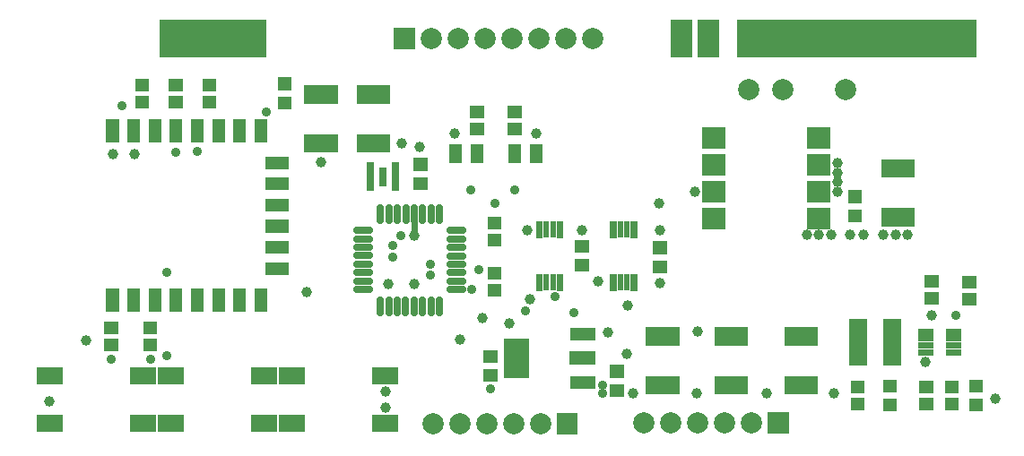
<source format=gts>
G04 Layer: TopSolderMaskLayer*
G04 EasyEDA v6.3.43, 2020-05-26T13:53:52+10:00*
G04 dfe334f236054c1482959114e70a1c8d,8629367194b24dd88a5c18b2f13758b0,10*
G04 Gerber Generator version 0.2*
G04 Scale: 100 percent, Rotated: No, Reflected: No *
G04 Dimensions in millimeters *
G04 leading zeros omitted , absolute positions ,3 integer and 3 decimal *
%FSLAX33Y33*%
%MOMM*%
G90*
G71D02*

%ADD40C,0.601599*%
%ADD41C,0.653212*%
%ADD42C,1.003198*%
%ADD43C,0.903199*%
%ADD44C,2.003196*%
%ADD49R,2.403196X3.703193*%
%ADD50R,2.403196X1.303198*%
%ADD57R,0.609600X1.600200*%

%LPD*%
G54D40*
G01X39497Y19812D02*
G01X39532Y19847D01*
G01X39532Y21894D01*
G54D41*
G01X44097Y20320D02*
G01X42897Y20320D01*
G01X44097Y19519D02*
G01X42897Y19519D01*
G01X44097Y18719D02*
G01X42897Y18719D01*
G01X44097Y17919D02*
G01X42897Y17919D01*
G01X44097Y17122D02*
G01X42897Y17122D01*
G01X44097Y16322D02*
G01X42897Y16322D01*
G01X44097Y15521D02*
G01X42897Y15521D01*
G01X44097Y14721D02*
G01X42897Y14721D01*
G01X41922Y13757D02*
G01X41922Y12557D01*
G01X41122Y13757D02*
G01X41122Y12557D01*
G01X40322Y13757D02*
G01X40322Y12557D01*
G01X39522Y13757D02*
G01X39522Y12557D01*
G01X38724Y13757D02*
G01X38724Y12557D01*
G01X37924Y13757D02*
G01X37924Y12557D01*
G01X37124Y13757D02*
G01X37124Y12557D01*
G01X36324Y13757D02*
G01X36324Y12557D01*
G01X35334Y14732D02*
G01X34134Y14732D01*
G01X35334Y15532D02*
G01X34134Y15532D01*
G01X35334Y16332D02*
G01X34134Y16332D01*
G01X35334Y17132D02*
G01X34134Y17132D01*
G01X35334Y17929D02*
G01X34134Y17929D01*
G01X35334Y18729D02*
G01X34134Y18729D01*
G01X35334Y19530D02*
G01X34134Y19530D01*
G01X35334Y20330D02*
G01X34134Y20330D01*
G01X36334Y22494D02*
G01X36334Y21294D01*
G01X37134Y22494D02*
G01X37134Y21294D01*
G01X37934Y22494D02*
G01X37934Y21294D01*
G01X38735Y22494D02*
G01X38735Y21294D01*
G01X39532Y22494D02*
G01X39532Y21294D01*
G01X40332Y22494D02*
G01X40332Y21294D01*
G01X41132Y22494D02*
G01X41132Y21294D01*
G01X41932Y22494D02*
G01X41932Y21294D01*
G54D42*
G01X60198Y4953D03*
G01X66040Y24003D03*
G01X39497Y15240D03*
G01X45974Y12065D03*
G54D43*
G01X16129Y8509D03*
G54D42*
G01X29337Y14478D03*
G01X37084Y15240D03*
G54D43*
G01X16129Y16383D03*
G01X19050Y27813D03*
G54D42*
G01X39497Y19812D03*
G54D43*
G01X14605Y8128D03*
G01X10922Y8128D03*
G01X46736Y5334D03*
G54D44*
G01X74295Y33655D03*
G54D43*
G01X44958Y14732D03*
G01X45593Y16637D03*
G54D44*
G01X71120Y33655D03*
G54D43*
G01X38227Y19812D03*
G54D42*
G01X66167Y4953D03*
G01X72771Y4953D03*
G01X79121Y4953D03*
G01X87757Y7874D03*
G01X94361Y4445D03*
G01X88392Y12319D03*
G01X86106Y19939D03*
G01X84963Y19939D03*
G01X83820Y19939D03*
G01X81915Y19939D03*
G01X80645Y19939D03*
G01X78867Y19939D03*
G01X76581Y19939D03*
G01X77724Y19939D03*
G01X79502Y24003D03*
G01X79502Y24892D03*
G01X79502Y25781D03*
G01X79502Y26670D03*
G54D43*
G01X44831Y24130D03*
G01X49022Y24130D03*
G54D42*
G01X36830Y3556D03*
G01X5080Y4191D03*
G01X30734Y26797D03*
G01X40005Y28194D03*
G01X38354Y28575D03*
G54D43*
G01X57277Y4953D03*
G01X57277Y5715D03*
G54D42*
G01X43307Y29464D03*
G01X51054Y29464D03*
G54D43*
G01X25527Y31496D03*
G54D44*
G01X80264Y33655D03*
G54D42*
G01X59690Y13208D03*
G54D43*
G01X50038Y12700D03*
G54D42*
G01X50165Y20320D03*
G01X55372Y20320D03*
G01X62738Y20320D03*
G01X62738Y15367D03*
G01X56896Y15494D03*
G54D43*
G01X52832Y14097D03*
G54D42*
G01X62611Y22860D03*
G54D43*
G01X47117Y22860D03*
G01X41021Y17145D03*
G01X41021Y16129D03*
G01X17018Y27686D03*
G01X37465Y18923D03*
G01X37465Y17780D03*
G01X11938Y32131D03*
G54D42*
G01X66294Y10795D03*
G01X59563Y8636D03*
G01X57785Y10668D03*
G01X50419Y13843D03*
G01X43815Y10033D03*
G01X8509Y9906D03*
G54D43*
G01X54610Y12573D03*
G01X90678Y12319D03*
G54D42*
G01X36830Y5080D03*
G01X11049Y27559D03*
G01X13081Y27559D03*
G01X24511Y37592D03*
G01X16383Y37592D03*
G01X16383Y39497D03*
G01X24511Y39497D03*
G01X70739Y39624D03*
G01X70739Y37465D03*
G01X91567Y39624D03*
G01X91567Y37592D03*
G01X67310Y39624D03*
G01X67310Y37465D03*
G01X64770Y37465D03*
G01X64770Y39624D03*
G01X48514Y11557D03*
G36*
G01X37607Y37480D02*
G01X37607Y39481D01*
G01X39608Y39481D01*
G01X39608Y37480D01*
G01X37607Y37480D01*
G37*
G54D44*
G01X41148Y38481D03*
G01X43688Y38481D03*
G01X46228Y38481D03*
G01X48768Y38481D03*
G01X51308Y38481D03*
G01X53848Y38481D03*
G01X56388Y38481D03*
G01X41275Y2032D03*
G01X43815Y2032D03*
G01X46355Y2032D03*
G01X48895Y2032D03*
G01X51435Y2032D03*
G36*
G01X52974Y1031D02*
G01X52974Y3032D01*
G01X54975Y3032D01*
G01X54975Y1031D01*
G01X52974Y1031D01*
G37*
G36*
G01X89644Y3296D02*
G01X89644Y4500D01*
G01X90949Y4500D01*
G01X90949Y3296D01*
G01X89644Y3296D01*
G37*
G36*
G01X89644Y4897D02*
G01X89644Y6101D01*
G01X90949Y6101D01*
G01X90949Y4897D01*
G01X89644Y4897D01*
G37*
G36*
G01X87231Y4897D02*
G01X87231Y6101D01*
G01X88536Y6101D01*
G01X88536Y4897D01*
G01X87231Y4897D01*
G37*
G36*
G01X87231Y3296D02*
G01X87231Y4500D01*
G01X88536Y4500D01*
G01X88536Y3296D01*
G01X87231Y3296D01*
G37*
G01X61214Y2159D03*
G01X63754Y2159D03*
G01X66294Y2159D03*
G01X68834Y2159D03*
G01X71374Y2159D03*
G36*
G01X72913Y1158D02*
G01X72913Y3159D01*
G01X74914Y3159D01*
G01X74914Y1158D01*
G01X72913Y1158D01*
G37*
G36*
G01X80756Y4897D02*
G01X80756Y6101D01*
G01X82059Y6101D01*
G01X82059Y4897D01*
G01X80756Y4897D01*
G37*
G36*
G01X80756Y3296D02*
G01X80756Y4500D01*
G01X82059Y4500D01*
G01X82059Y3296D01*
G01X80756Y3296D01*
G37*
G36*
G01X34084Y32313D02*
G01X34084Y34018D01*
G01X37289Y34018D01*
G01X37289Y32313D01*
G01X34084Y32313D01*
G37*
G36*
G01X34084Y27703D02*
G01X34084Y29408D01*
G01X37289Y29408D01*
G01X37289Y27703D01*
G01X34084Y27703D01*
G37*
G36*
G01X61389Y4843D02*
G01X61389Y6548D01*
G01X64594Y6548D01*
G01X64594Y4843D01*
G01X61389Y4843D01*
G37*
G36*
G01X61389Y9453D02*
G01X61389Y11158D01*
G01X64594Y11158D01*
G01X64594Y9453D01*
G01X61389Y9453D01*
G37*
G36*
G01X83614Y20718D02*
G01X83614Y22423D01*
G01X86819Y22423D01*
G01X86819Y20718D01*
G01X83614Y20718D01*
G37*
G36*
G01X83614Y25328D02*
G01X83614Y27033D01*
G01X86819Y27033D01*
G01X86819Y25328D01*
G01X83614Y25328D01*
G37*
G36*
G01X67866Y4843D02*
G01X67866Y6548D01*
G01X71071Y6548D01*
G01X71071Y4843D01*
G01X67866Y4843D01*
G37*
G36*
G01X67866Y9453D02*
G01X67866Y11158D01*
G01X71071Y11158D01*
G01X71071Y9453D01*
G01X67866Y9453D01*
G37*
G36*
G01X74470Y4843D02*
G01X74470Y6548D01*
G01X77675Y6548D01*
G01X77675Y4843D01*
G01X74470Y4843D01*
G37*
G36*
G01X74470Y9453D02*
G01X74470Y11158D01*
G01X77675Y11158D01*
G01X77675Y9453D01*
G01X74470Y9453D01*
G37*
G36*
G01X29131Y27703D02*
G01X29131Y29408D01*
G01X32336Y29408D01*
G01X32336Y27703D01*
G01X29131Y27703D01*
G37*
G36*
G01X29131Y32313D02*
G01X29131Y34018D01*
G01X32336Y34018D01*
G01X32336Y32313D01*
G01X29131Y32313D01*
G37*
G36*
G01X76619Y28082D02*
G01X76619Y30083D01*
G01X78823Y30083D01*
G01X78823Y28082D01*
G01X76619Y28082D01*
G37*
G36*
G01X76619Y25542D02*
G01X76619Y27543D01*
G01X78823Y27543D01*
G01X78823Y25542D01*
G01X76619Y25542D01*
G37*
G36*
G01X76619Y23002D02*
G01X76619Y25003D01*
G01X78823Y25003D01*
G01X78823Y23002D01*
G01X76619Y23002D01*
G37*
G36*
G01X76619Y20462D02*
G01X76619Y22463D01*
G01X78823Y22463D01*
G01X78823Y20462D01*
G01X76619Y20462D01*
G37*
G36*
G01X66718Y20462D02*
G01X66718Y22463D01*
G01X68922Y22463D01*
G01X68922Y20462D01*
G01X66718Y20462D01*
G37*
G36*
G01X66718Y23002D02*
G01X66718Y25003D01*
G01X68922Y25003D01*
G01X68922Y23002D01*
G01X66718Y23002D01*
G37*
G36*
G01X66718Y25542D02*
G01X66718Y27543D01*
G01X68922Y27543D01*
G01X68922Y25542D01*
G01X66718Y25542D01*
G37*
G36*
G01X66718Y28082D02*
G01X66718Y30083D01*
G01X68922Y30083D01*
G01X68922Y28082D01*
G01X66718Y28082D01*
G37*
G54D49*
G01X49225Y8255D03*
G54D50*
G01X55422Y10554D03*
G36*
G01X54221Y7602D02*
G01X54221Y8907D01*
G01X56624Y8907D01*
G01X56624Y7602D01*
G01X54221Y7602D01*
G37*
G01X55422Y5955D03*
G36*
G01X12722Y5765D02*
G01X12722Y7368D01*
G01X15125Y7368D01*
G01X15125Y5765D01*
G01X12722Y5765D01*
G37*
G36*
G01X3924Y5765D02*
G01X3924Y7368D01*
G01X6327Y7368D01*
G01X6327Y5765D01*
G01X3924Y5765D01*
G37*
G36*
G01X3924Y1267D02*
G01X3924Y2870D01*
G01X6327Y2870D01*
G01X6327Y1267D01*
G01X3924Y1267D01*
G37*
G36*
G01X12722Y1267D02*
G01X12722Y2870D01*
G01X15125Y2870D01*
G01X15125Y1267D01*
G01X12722Y1267D01*
G37*
G36*
G01X24152Y5765D02*
G01X24152Y7368D01*
G01X26555Y7368D01*
G01X26555Y5765D01*
G01X24152Y5765D01*
G37*
G36*
G01X15354Y5765D02*
G01X15354Y7368D01*
G01X17757Y7368D01*
G01X17757Y5765D01*
G01X15354Y5765D01*
G37*
G36*
G01X15354Y1267D02*
G01X15354Y2870D01*
G01X17757Y2870D01*
G01X17757Y1267D01*
G01X15354Y1267D01*
G37*
G36*
G01X24152Y1267D02*
G01X24152Y2870D01*
G01X26555Y2870D01*
G01X26555Y1267D01*
G01X24152Y1267D01*
G37*
G36*
G01X35582Y5765D02*
G01X35582Y7368D01*
G01X37985Y7368D01*
G01X37985Y5765D01*
G01X35582Y5765D01*
G37*
G36*
G01X26784Y5765D02*
G01X26784Y7368D01*
G01X29187Y7368D01*
G01X29187Y5765D01*
G01X26784Y5765D01*
G37*
G36*
G01X26784Y1267D02*
G01X26784Y2870D01*
G01X29187Y2870D01*
G01X29187Y1267D01*
G01X26784Y1267D01*
G37*
G36*
G01X35582Y1267D02*
G01X35582Y2870D01*
G01X37985Y2870D01*
G01X37985Y1267D01*
G01X35582Y1267D01*
G37*
G36*
G01X37424Y24048D02*
G01X37424Y26751D01*
G01X38125Y26751D01*
G01X38125Y24048D01*
G01X37424Y24048D01*
G37*
G36*
G01X36225Y24498D02*
G01X36225Y26301D01*
G01X36926Y26301D01*
G01X36926Y24498D01*
G01X36225Y24498D01*
G37*
G36*
G01X35026Y24048D02*
G01X35026Y26751D01*
G01X35727Y26751D01*
G01X35727Y24048D01*
G01X35026Y24048D01*
G37*
G36*
G01X80606Y7576D02*
G01X80606Y11981D01*
G01X82311Y11981D01*
G01X82311Y7576D01*
G01X80606Y7576D01*
G37*
G36*
G01X83807Y7576D02*
G01X83807Y11981D01*
G01X85511Y11981D01*
G01X85511Y7576D01*
G01X83807Y7576D01*
G37*
G36*
G01X87132Y10447D02*
G01X87132Y11051D01*
G01X88554Y11051D01*
G01X88554Y10447D01*
G01X87132Y10447D01*
G37*
G36*
G01X87132Y9806D02*
G01X87132Y10411D01*
G01X88554Y10411D01*
G01X88554Y9806D01*
G01X87132Y9806D01*
G37*
G36*
G01X87132Y9146D02*
G01X87132Y9751D01*
G01X88554Y9751D01*
G01X88554Y9146D01*
G01X87132Y9146D01*
G37*
G36*
G01X87132Y8506D02*
G01X87132Y9110D01*
G01X88554Y9110D01*
G01X88554Y8506D01*
G01X87132Y8506D01*
G37*
G36*
G01X89753Y8506D02*
G01X89753Y9110D01*
G01X91175Y9110D01*
G01X91175Y8506D01*
G01X89753Y8506D01*
G37*
G36*
G01X89753Y9146D02*
G01X89753Y9751D01*
G01X91175Y9751D01*
G01X91175Y9146D01*
G01X89753Y9146D01*
G37*
G36*
G01X89753Y9806D02*
G01X89753Y10411D01*
G01X91175Y10411D01*
G01X91175Y9806D01*
G01X89753Y9806D01*
G37*
G36*
G01X89753Y10447D02*
G01X89753Y11051D01*
G01X91175Y11051D01*
G01X91175Y10447D01*
G01X89753Y10447D01*
G37*
G36*
G01X44848Y26682D02*
G01X44848Y28435D01*
G01X46050Y28435D01*
G01X46050Y26682D01*
G01X44848Y26682D01*
G37*
G36*
G01X42847Y26682D02*
G01X42847Y28435D01*
G01X44051Y28435D01*
G01X44051Y26682D01*
G01X42847Y26682D01*
G37*
G36*
G01X48435Y26682D02*
G01X48435Y28435D01*
G01X49639Y28435D01*
G01X49639Y26682D01*
G01X48435Y26682D01*
G37*
G36*
G01X50436Y26682D02*
G01X50436Y28435D01*
G01X51638Y28435D01*
G01X51638Y26682D01*
G01X50436Y26682D01*
G37*
G36*
G01X44813Y29331D02*
G01X44813Y30535D01*
G01X46118Y30535D01*
G01X46118Y29331D01*
G01X44813Y29331D01*
G37*
G36*
G01X44813Y30932D02*
G01X44813Y32136D01*
G01X46118Y32136D01*
G01X46118Y30932D01*
G01X44813Y30932D01*
G37*
G36*
G01X48369Y29331D02*
G01X48369Y30535D01*
G01X49674Y30535D01*
G01X49674Y29331D01*
G01X48369Y29331D01*
G37*
G36*
G01X48369Y30932D02*
G01X48369Y32136D01*
G01X49674Y32136D01*
G01X49674Y30932D01*
G01X48369Y30932D01*
G37*
G36*
G01X91930Y3197D02*
G01X91930Y4401D01*
G01X93235Y4401D01*
G01X93235Y3197D01*
G01X91930Y3197D01*
G37*
G36*
G01X91930Y4998D02*
G01X91930Y6200D01*
G01X93235Y6200D01*
G01X93235Y4998D01*
G01X91930Y4998D01*
G37*
G36*
G01X83802Y4996D02*
G01X83802Y6200D01*
G01X85107Y6200D01*
G01X85107Y4996D01*
G01X83802Y4996D01*
G37*
G36*
G01X83802Y3197D02*
G01X83802Y4399D01*
G01X85107Y4399D01*
G01X85107Y3197D01*
G01X83802Y3197D01*
G37*
G36*
G01X87739Y14930D02*
G01X87739Y16134D01*
G01X89044Y16134D01*
G01X89044Y14930D01*
G01X87739Y14930D01*
G37*
G36*
G01X87739Y13329D02*
G01X87739Y14533D01*
G01X89044Y14533D01*
G01X89044Y13329D01*
G01X87739Y13329D01*
G37*
G36*
G01X91295Y13202D02*
G01X91295Y14406D01*
G01X92600Y14406D01*
G01X92600Y13202D01*
G01X91295Y13202D01*
G37*
G36*
G01X91295Y14803D02*
G01X91295Y16007D01*
G01X92600Y16007D01*
G01X92600Y14803D01*
G01X91295Y14803D01*
G37*
G36*
G01X58021Y6393D02*
G01X58021Y7597D01*
G01X59326Y7597D01*
G01X59326Y6393D01*
G01X58021Y6393D01*
G37*
G36*
G01X58021Y4594D02*
G01X58021Y5796D01*
G01X59326Y5796D01*
G01X59326Y4594D01*
G01X58021Y4594D01*
G37*
G36*
G01X39479Y24152D02*
G01X39479Y25356D01*
G01X40784Y25356D01*
G01X40784Y24152D01*
G01X39479Y24152D01*
G37*
G36*
G01X39479Y25953D02*
G01X39479Y27155D01*
G01X40784Y27155D01*
G01X40784Y25953D01*
G01X39479Y25953D01*
G37*
G36*
G01X26654Y33571D02*
G01X26654Y34775D01*
G01X27957Y34775D01*
G01X27957Y33571D01*
G01X26654Y33571D01*
G37*
G36*
G01X26654Y31772D02*
G01X26654Y32974D01*
G01X27957Y32974D01*
G01X27957Y31772D01*
G01X26654Y31772D01*
G37*
G36*
G01X80500Y21104D02*
G01X80500Y22308D01*
G01X81805Y22308D01*
G01X81805Y21104D01*
G01X80500Y21104D01*
G37*
G36*
G01X80500Y22905D02*
G01X80500Y24107D01*
G01X81805Y24107D01*
G01X81805Y22905D01*
G01X80500Y22905D01*
G37*
G36*
G01X46083Y5991D02*
G01X46083Y7195D01*
G01X47388Y7195D01*
G01X47388Y5991D01*
G01X46083Y5991D01*
G37*
G36*
G01X46083Y7792D02*
G01X46083Y8994D01*
G01X47388Y8994D01*
G01X47388Y7792D01*
G01X46083Y7792D01*
G37*
G36*
G01X46466Y14091D02*
G01X46466Y15295D01*
G01X47769Y15295D01*
G01X47769Y14091D01*
G01X46466Y14091D01*
G37*
G36*
G01X46466Y15692D02*
G01X46466Y16896D01*
G01X47769Y16896D01*
G01X47769Y15692D01*
G01X46466Y15692D01*
G37*
G36*
G01X10271Y8884D02*
G01X10271Y10088D01*
G01X11574Y10088D01*
G01X11574Y8884D01*
G01X10271Y8884D01*
G37*
G36*
G01X10271Y10485D02*
G01X10271Y11689D01*
G01X11574Y11689D01*
G01X11574Y10485D01*
G01X10271Y10485D01*
G37*
G36*
G01X13954Y8884D02*
G01X13954Y10088D01*
G01X15257Y10088D01*
G01X15257Y8884D01*
G01X13954Y8884D01*
G37*
G36*
G01X13954Y10485D02*
G01X13954Y11689D01*
G01X15257Y11689D01*
G01X15257Y10485D01*
G01X13954Y10485D01*
G37*
G36*
G01X16367Y31871D02*
G01X16367Y33075D01*
G01X17670Y33075D01*
G01X17670Y31871D01*
G01X16367Y31871D01*
G37*
G36*
G01X16367Y33472D02*
G01X16367Y34676D01*
G01X17670Y34676D01*
G01X17670Y33472D01*
G01X16367Y33472D01*
G37*
G36*
G01X13190Y31871D02*
G01X13190Y33075D01*
G01X14495Y33075D01*
G01X14495Y31871D01*
G01X13190Y31871D01*
G37*
G36*
G01X13190Y33472D02*
G01X13190Y34676D01*
G01X14495Y34676D01*
G01X14495Y33472D01*
G01X13190Y33472D01*
G37*
G36*
G01X46466Y18790D02*
G01X46466Y19994D01*
G01X47769Y19994D01*
G01X47769Y18790D01*
G01X46466Y18790D01*
G37*
G36*
G01X46466Y20391D02*
G01X46466Y21595D01*
G01X47769Y21595D01*
G01X47769Y20391D01*
G01X46466Y20391D01*
G37*
G36*
G01X19540Y31871D02*
G01X19540Y33075D01*
G01X20845Y33075D01*
G01X20845Y31871D01*
G01X19540Y31871D01*
G37*
G36*
G01X19540Y33472D02*
G01X19540Y34676D01*
G01X20845Y34676D01*
G01X20845Y33472D01*
G01X19540Y33472D01*
G37*
G36*
G01X62085Y18077D02*
G01X62085Y19281D01*
G01X63390Y19281D01*
G01X63390Y18077D01*
G01X62085Y18077D01*
G37*
G36*
G01X62085Y16278D02*
G01X62085Y17480D01*
G01X63390Y17480D01*
G01X63390Y16278D01*
G01X62085Y16278D01*
G37*
G36*
G01X54719Y18204D02*
G01X54719Y19408D01*
G01X56024Y19408D01*
G01X56024Y18204D01*
G01X54719Y18204D01*
G37*
G36*
G01X54719Y16405D02*
G01X54719Y17607D01*
G01X56024Y17607D01*
G01X56024Y16405D01*
G01X54719Y16405D01*
G37*
G36*
G01X58028Y14605D02*
G01X58028Y16205D01*
G01X58638Y16205D01*
G01X58638Y14605D01*
G01X58028Y14605D01*
G37*
G54D57*
G01X58983Y15405D03*
G01X59634Y15405D03*
G36*
G01X59979Y14605D02*
G01X59979Y16205D01*
G01X60589Y16205D01*
G01X60589Y14605D01*
G01X59979Y14605D01*
G37*
G36*
G01X59979Y19608D02*
G01X59979Y21209D01*
G01X60589Y21209D01*
G01X60589Y19608D01*
G01X59979Y19608D01*
G37*
G01X59634Y20408D03*
G01X58983Y20408D03*
G36*
G01X58028Y19608D02*
G01X58028Y21209D01*
G01X58638Y21209D01*
G01X58638Y19608D01*
G01X58028Y19608D01*
G37*
G36*
G01X51043Y14605D02*
G01X51043Y16205D01*
G01X51653Y16205D01*
G01X51653Y14605D01*
G01X51043Y14605D01*
G37*
G01X51998Y15405D03*
G01X52649Y15405D03*
G36*
G01X52994Y14605D02*
G01X52994Y16205D01*
G01X53604Y16205D01*
G01X53604Y14605D01*
G01X52994Y14605D01*
G37*
G36*
G01X52994Y19608D02*
G01X52994Y21209D01*
G01X53604Y21209D01*
G01X53604Y19608D01*
G01X52994Y19608D01*
G37*
G01X52649Y20408D03*
G01X51998Y20408D03*
G36*
G01X51043Y19608D02*
G01X51043Y21209D01*
G01X51653Y21209D01*
G01X51653Y19608D01*
G01X51043Y19608D01*
G37*
G36*
G01X10444Y28615D02*
G01X10444Y30820D01*
G01X11645Y30820D01*
G01X11645Y28615D01*
G01X10444Y28615D01*
G37*
G36*
G01X12443Y28615D02*
G01X12443Y30817D01*
G01X13647Y30817D01*
G01X13647Y28615D01*
G01X12443Y28615D01*
G37*
G36*
G01X14444Y28615D02*
G01X14444Y30820D01*
G01X15646Y30820D01*
G01X15646Y28615D01*
G01X14444Y28615D01*
G37*
G36*
G01X16443Y28615D02*
G01X16443Y30817D01*
G01X17647Y30817D01*
G01X17647Y28615D01*
G01X16443Y28615D01*
G37*
G36*
G01X18442Y28615D02*
G01X18442Y30820D01*
G01X19646Y30820D01*
G01X19646Y28615D01*
G01X18442Y28615D01*
G37*
G36*
G01X20444Y28615D02*
G01X20444Y30820D01*
G01X21645Y30820D01*
G01X21645Y28615D01*
G01X20444Y28615D01*
G37*
G36*
G01X22443Y28615D02*
G01X22443Y30817D01*
G01X23647Y30817D01*
G01X23647Y28615D01*
G01X22443Y28615D01*
G37*
G36*
G01X24444Y28613D02*
G01X24444Y30817D01*
G01X25646Y30817D01*
G01X25646Y28613D01*
G01X24444Y28613D01*
G37*
G36*
G01X25445Y26111D02*
G01X25445Y27315D01*
G01X27647Y27315D01*
G01X27647Y26111D01*
G01X25445Y26111D01*
G37*
G36*
G01X25443Y24112D02*
G01X25443Y25316D01*
G01X27647Y25316D01*
G01X27647Y24112D01*
G01X25443Y24112D01*
G37*
G36*
G01X25443Y22113D02*
G01X25443Y23317D01*
G01X27647Y23317D01*
G01X27647Y22113D01*
G01X25443Y22113D01*
G37*
G36*
G01X25443Y20111D02*
G01X25443Y21315D01*
G01X27647Y21315D01*
G01X27647Y20111D01*
G01X25443Y20111D01*
G37*
G36*
G01X25443Y18112D02*
G01X25443Y19316D01*
G01X27645Y19316D01*
G01X27645Y18112D01*
G01X25443Y18112D01*
G37*
G36*
G01X25445Y16116D02*
G01X25445Y17317D01*
G01X27647Y17317D01*
G01X27647Y16116D01*
G01X25445Y16116D01*
G37*
G36*
G01X24444Y12613D02*
G01X24444Y14818D01*
G01X25646Y14818D01*
G01X25646Y12613D01*
G01X24444Y12613D01*
G37*
G36*
G01X22443Y12613D02*
G01X22443Y14815D01*
G01X23647Y14815D01*
G01X23647Y12613D01*
G01X22443Y12613D01*
G37*
G36*
G01X20444Y12613D02*
G01X20444Y14815D01*
G01X21645Y14815D01*
G01X21645Y12613D01*
G01X20444Y12613D01*
G37*
G36*
G01X18442Y12613D02*
G01X18442Y14815D01*
G01X19646Y14815D01*
G01X19646Y12613D01*
G01X18442Y12613D01*
G37*
G36*
G01X16443Y12613D02*
G01X16443Y14815D01*
G01X17647Y14815D01*
G01X17647Y12613D01*
G01X16443Y12613D01*
G37*
G36*
G01X14444Y12613D02*
G01X14444Y14815D01*
G01X15646Y14815D01*
G01X15646Y12613D01*
G01X14444Y12613D01*
G37*
G36*
G01X12443Y12613D02*
G01X12443Y14815D01*
G01X13647Y14815D01*
G01X13647Y12613D01*
G01X12443Y12613D01*
G37*
G36*
G01X10444Y12613D02*
G01X10444Y14815D01*
G01X11645Y14815D01*
G01X11645Y12613D01*
G01X10444Y12613D01*
G37*

%LPD*%
G36*
G01X68326Y40259D02*
G01X66294Y40259D01*
G01X66294Y36703D01*
G01X68326Y36703D01*
G01X68326Y40259D01*
G37*

%LPD*%
G36*
G01X65786Y40259D02*
G01X63754Y40259D01*
G01X63754Y36703D01*
G01X65786Y36703D01*
G01X65786Y40259D01*
G37*

%LPD*%
G36*
G01X25527Y40259D02*
G01X15494Y40259D01*
G01X15494Y36703D01*
G01X25527Y36703D01*
G01X25527Y40259D01*
G37*

%LPD*%
G36*
G01X92583Y40259D02*
G01X69977Y40259D01*
G01X69977Y36703D01*
G01X92583Y36703D01*
G01X92583Y40259D01*
G37*

%LPD*%
G36*
G01X92583Y40259D02*
G01X69977Y40259D01*
G01X69977Y36703D01*
G01X92583Y36703D01*
G01X92583Y40259D01*
G37*

%LPD*%
G36*
G01X25527Y40259D02*
G01X15494Y40259D01*
G01X15494Y36703D01*
G01X25527Y36703D01*
G01X25527Y40259D01*
G37*
M00*
M02*

</source>
